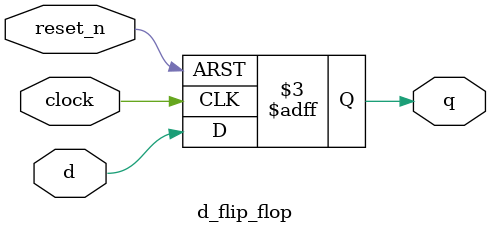
<source format=v>
module eight_bit_counter_main(SW, KEY, HEX0, HEX1);
	input [9:0]SW;
	input [3:0]KEY;
	output [6:0]HEX0;
	output [6:0]HEX1;
	
	wire [7:0]Q;
	
	eight_bit_counter main0(
		.enable(SW[1]),
		.clear_b(SW[0]),
		.clock(KEY[0]),
		.Q(Q)
	);
	
	seven_segment_decoder main1(
		.c(Q[7:4]),
		.m(HEX1[6:0])
	);
	
	seven_segment_decoder main2(
		.c(Q[3:0]),
		.m(HEX0[6:0])
	);
	
endmodule
	
	
module seven_segment_decoder(c,m);
	input [3:0]c;
	output [6:0]m;
	assign m[0]=(~c[3]&~c[2]&~c[1]&c[0])|(~c[3]&c[2]&~c[1]&~c[0])|(c[3]&c[2]&~c[1]&c[0])|(c[3]&~c[2]&c[1]&c[0]);
	assign m[1]=(~c[3]&c[2]&~c[1]&c[0])|(c[3]&c[2]&~c[0])|(c[3]&c[1]&c[0])|(c[2]&c[1]&~c[0]);
	assign m[2]=(c[3]&c[2]&~c[0])|(c[3]&c[2]&c[1])|(~c[3]&~c[2]&c[1]&~c[0]);
	assign m[3]=(~c[3]&~c[2]&~c[1]&c[0])|(~c[3]&c[2]&~c[1]&~c[0])|(c[2]&c[1]&c[0])|(c[3]&~c[2]&c[1]&~c[0]);
	assign m[4]=(~c[3]&c[0])|(~c[3]&c[2]&~c[1])|(~c[2]&~c[1]&c[0]);
	assign m[5]=(~c[3]&~c[2]&c[0])|(~c[3]&c[1]&c[0])|(~c[3]&~c[2]&c[1])|(c[3]&c[2]&~c[1]&c[0]);
	assign m[6]=(~c[3]&~c[2]&~c[1])|(c[3]&c[2]&~c[1]&~c[0])|(~c[3]&c[2]&c[1]&c[0]);

endmodule


module eight_bit_counter(enable, clock, clear_b, Q);
	input enable;
	input clock;
	input clear_b;
	output [7:0]Q;
	
	wire tff7_to_6;
	wire tff6_to_5;
	wire tff5_to_4;
	wire tff4_to_3;
	wire tff3_to_2;
	wire tff2_to_1;
	wire tff1_to_0;
	wire tff0_out;
	// We don't need ~Q output for our tff methods.
	t_flip_flop block7(
		.T(enable),
		.clock(clock),
		.clear_b(clear_b),
		.Q(Q[0])
	);
	assign tff7_to_6 = enable & Q[0];
	t_flip_flop block6(
		.T(tff7_to_6),
		.clock(clock),
		.clear_b(clear_b),
		.Q(Q[1])
	);
	assign tff6_to_5 = tff7_to_6 & Q[1];
	t_flip_flop block5(
		.T(tff6_to_5),
		.clock(clock),
		.clear_b(clear_b),
		.Q(Q[2])
	);
	assign tff5_to_4 = tff6_to_5 & Q[2];
	t_flip_flop block4(
		.T(tff5_to_4),
		.clock(clock),
		.clear_b(clear_b),
		.Q(Q[3])
	);
	assign tff4_to_3 = tff5_to_4 & Q[3];
	t_flip_flop block3(
		.T(tff4_to_3),
		.clock(clock),
		.clear_b(clear_b),
		.Q(Q[4])
	);
	assign tff3_to_2 = tff4_to_3 & Q[4];
	t_flip_flop block2(
		.T(tff3_to_2),
		.clock(clock),
		.clear_b(clear_b),
		.Q(Q[5])
	);
	assign tff2_to_1 = tff3_to_2 & Q[5];
	t_flip_flop block1(
		.T(tff2_to_1),
		.clock(clock),
		.clear_b(clear_b),
		.Q(Q[6])
	);
	assign tff1_to_0 = tff2_to_1 & Q[6];
	t_flip_flop block0(
		.T(tff1_to_0),
		.clock(clock),
		.clear_b(clear_b),
		.Q(Q[7])
	);
	assign tff0_out = Q[7];
	
endmodule

module t_flip_flop(T, clock, clear_b, Q, not_Q);
	input T;
	input clock;
	input clear_b;
	output Q;
	output not_Q;
	
	wire dff_input;
	assign dff_input = (T & not_Q) | (~T & Q);
	

	
	d_flip_flop block1(
		.d(dff_input),
		.clock(clock),
		.q(Q),
		.reset_n(clear_b)
	);
	
	assign not_Q = ~Q;
	
	
endmodule

module d_flip_flop(d, clock, q, reset_n);
	// onebit d flip-flop.
	input d;
	input clock;
	input reset_n;
	output q;
	reg q;

	always @(posedge clock, negedge reset_n)
	
	begin
		if (reset_n == 1'b0)
			q <= 0;
		else
			q <= d;
	end
	
endmodule
</source>
